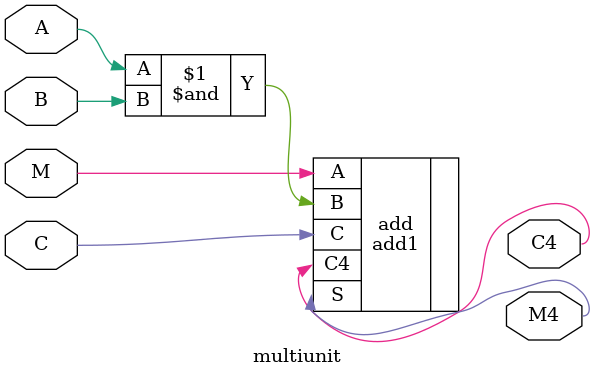
<source format=v>
module multiunit(
	input A,		
	input B,		
	input C,		//进位输入
	input M,		//部分积输入
	
	output C4,	
	output M4	//部分积输出
);

	add1 add(
		.A(M),
		.B(A&B),
		.C(C),
		.S(M4) ,
		.C4(C4)
	);


endmodule
</source>
